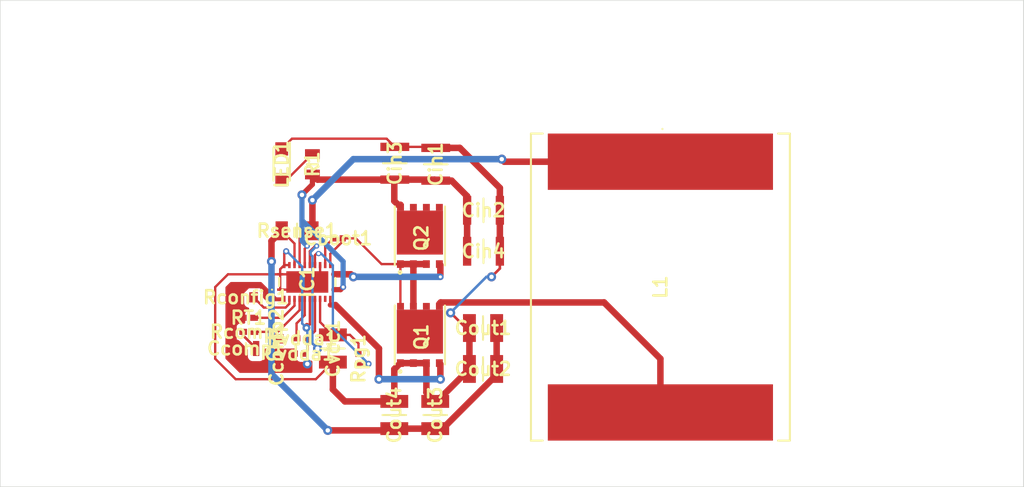
<source format=kicad_pcb>
(kicad_pcb (version 20241229) (generator "pcbnew") (generator_version "9.0")
  (layers (0 "F.Cu" signal) (2 "B.Cu" signal) (13 "F.Paste" user) (15 "B.Paste" user) (5 "F.SilkS" user "F.Silkscreen") (7 "B.SilkS" user "B.Silkscreen") (1 "F.Mask" user) (3 "B.Mask" user) (25 "Edge.Cuts" user))
  (net 0 "")
  (net 1 "Net-(IC1-SW)")
  (net 2 "Net-(IC1-CBOOT)")
  (net 3 "Net-(Ccomp1-Pad2)")
  (net 4 "GND")
  (net 5 "Net-(IC1-EXTCOMP)")
  (net 6 "VIN")
  (net 7 "VOUT")
  (net 8 "VCC")
  (net 9 "VDDA")
  (net 10 "HO")
  (net 11 "Net-(IC1-RT)")
  (net 12 "ISNS")
  (net 13 "LO")
  (net 14 "Net-(IC1-FB)")
  (net 15 "Net-(IC1-CNFG)")
  (net 16 "Net-(IC1-PG{slash}SYNCOUT)")
  (net 17 "Net-(LED1-Pad2)")
  (net 18 "GND2")
  (footprint "GRM32ER61C476KE15L:CAPC3225X270N" (layer "F.Cu") (at 158.67 129)
    (property "Reference" "Cout2" (at 0 0 0) (layer "F.SilkS") (effects (font (size 1.27 1.27) (thickness 0.254))))
    (property "Value" "47uf" (hide yes))
    (fp_line (start 0 -1.15) (end 0 1.15) (stroke (width 0.2)) (layer "F.SilkS"))
    (pad "1" smd rect (at -1.33 0) (size 1.26 2.72) (layers "F.Cu" "F.Mask" "F.Paste") (net 4 "GND"))
    (pad "2" smd rect (at 1.33 0) (size 1.26 2.72) (layers "F.Cu" "F.Mask" "F.Paste") (net 7 "VOUT"))
  )
  (footprint "CRCW04024K32FKED:RESC1005X40N" (layer "F.Cu") (at 135.75 124)
    (property "Reference" "RT1" (at 0 0 0) (layer "F.SilkS") (effects (font (size 1.27 1.27) (thickness 0.254))))
    (property "Value" "53.6Kohm" (hide yes))
    (pad "1" smd rect (at -0.55 0 90) (size 0.6 0.75) (layers "F.Cu" "F.Mask" "F.Paste") (net 18 "GND2"))
    (pad "2" smd rect (at 0.55 0 90) (size 0.6 0.75) (layers "F.Cu" "F.Mask" "F.Paste") (net 11 "Net-(IC1-RT)"))
  )
  (footprint "CRCW04024K32FKED:RESC1005X40N" (layer "F.Cu") (at 146.5 128 -90)
    (property "Reference" "Rpg1" (at 0 0 90) (layer "F.SilkS") (effects (font (size 1.27 1.27) (thickness 0.254))))
    (property "Value" "100kohm" (hide yes))
    (pad "1" smd rect (at -0.55 0) (size 0.6 0.75) (layers "F.Cu" "F.Mask" "F.Paste") (net 8 "VCC"))
    (pad "2" smd rect (at 0.55 0) (size 0.6 0.75) (layers "F.Cu" "F.Mask" "F.Paste") (net 16 "Net-(IC1-PG{slash}SYNCOUT)"))
  )
  (footprint "HC3-5R6-R:HC35R6R" (layer "F.Cu") (at 176 121 -90)
    (property "Reference" "L1" (at 0 0 90) (layer "F.SilkS") (effects (font (size 1.27 1.27) (thickness 0.254))))
    (property "Value" "5.6uH" (hide yes))
    (fp_line (start -15 12.65) (end 15 12.65) (stroke (width 0.2)) (layer "F.SilkS"))
    (fp_line (start 15 12.65) (end 15 11.5) (stroke (width 0.2)) (layer "F.SilkS"))
    (fp_line (start -15 11.5) (end -15 12.65) (stroke (width 0.2)) (layer "F.SilkS"))
    (fp_line (start -15.5 -0.2) (end -15.5 -0.2) (stroke (width 0.1)) (layer "F.SilkS"))
    (fp_line (start -15.4 -0.2) (end -15.4 -0.2) (stroke (width 0.1)) (layer "F.SilkS"))
    (fp_line (start -15 -11.5) (end -15 -12.65) (stroke (width 0.2)) (layer "F.SilkS"))
    (fp_line (start -15 -12.65) (end 15 -12.65) (stroke (width 0.2)) (layer "F.SilkS"))
    (fp_line (start 15 -12.65) (end 15 -11.5) (stroke (width 0.2)) (layer "F.SilkS"))
    (fp_arc (start -15.5 -0.2) (mid -15.45 -0.25) (end -15.4 -0.2) (stroke (width 0.1)) (layer "F.SilkS"))
    (fp_arc (start -15.4 -0.2) (mid -15.45 -0.15) (end -15.5 -0.2) (stroke (width 0.1)) (layer "F.SilkS"))
    (pad "1" smd rect (at -12.25 0 270) (size 5.5 22) (layers "F.Cu" "F.Mask" "F.Paste") (net 12 "ISNS"))
    (pad "2" smd rect (at 12.25 0 270) (size 5.5 22) (layers "F.Cu" "F.Mask" "F.Paste") (net 1 "Net-(IC1-SW)"))
  )
  (footprint "GRM32ER61C476KE15L:CAPC3225X270N" (layer "F.Cu") (at 158.67 125)
    (property "Reference" "Cout1" (at 0 0 0) (layer "F.SilkS") (effects (font (size 1.27 1.27) (thickness 0.254))))
    (property "Value" "47uf" (hide yes))
    (fp_line (start 0 -1.15) (end 0 1.15) (stroke (width 0.2)) (layer "F.SilkS"))
    (pad "1" smd rect (at -1.33 0) (size 1.26 2.72) (layers "F.Cu" "F.Mask" "F.Paste") (net 4 "GND"))
    (pad "2" smd rect (at 1.33 0) (size 1.26 2.72) (layers "F.Cu" "F.Mask" "F.Paste") (net 7 "VOUT"))
  )
  (footprint "CGA6M3X7S2A475K200AB:CAPC3225X200N" (layer "F.Cu") (at 158.715 113.5 180)
    (property "Reference" "Cin2" (at 0 0 0) (layer "F.SilkS") (effects (font (size 1.27 1.27) (thickness 0.254))))
    (property "Value" "4.7uf" (hide yes))
    (fp_line (start 0 -1.15) (end 0 1.15) (stroke (width 0.2)) (layer "F.SilkS"))
    (pad "1" smd rect (at -1.6 0 180) (size 0.81 2.82) (layers "F.Cu" "F.Mask" "F.Paste") (net 4 "GND"))
    (pad "2" smd rect (at 1.6 0 180) (size 0.81 2.82) (layers "F.Cu" "F.Mask" "F.Paste") (net 6 "VIN"))
  )
  (footprint "GRM155R71A104KA01D:CAPC1005X70N" (layer "F.Cu") (at 144.5 116.24)
    (property "Reference" "Cboot1" (at 0 0 0) (layer "F.SilkS") (effects (font (size 1.27 1.27) (thickness 0.254))))
    (property "Value" "100nf" (hide yes))
    (pad "1" smd rect (at -0.46 0) (size 0.6 0.62) (layers "F.Cu" "F.Mask" "F.Paste") (net 2 "Net-(IC1-CBOOT)"))
    (pad "2" smd rect (at 0.46 0) (size 0.6 0.62) (layers "F.Cu" "F.Mask" "F.Paste") (net 1 "Net-(IC1-SW)"))
  )
  (footprint "CGA4C2C0G1H472J060AA:CAPC2012X75N" (layer "F.Cu") (at 135.5 127)
    (property "Reference" "Ccomp1" (at 0 0 0) (layer "F.SilkS") (effects (font (size 1.27 1.27) (thickness 0.254))))
    (property "Value" "4.7nf" (hide yes))
    (fp_line (start 0 -0.525) (end 0 0.525) (stroke (width 0.2)) (layer "F.SilkS"))
    (pad "1" smd rect (at -1 0) (size 0.62 1.47) (layers "F.Cu" "F.Mask" "F.Paste") (net 18 "GND2"))
    (pad "2" smd rect (at 1 0) (size 0.62 1.47) (layers "F.Cu" "F.Mask" "F.Paste") (net 3 "Net-(Ccomp1-Pad2)"))
  )
  (footprint "CRCW04024K32FKED:RESC1005X40N" (layer "F.Cu") (at 135.785 125.375)
    (property "Reference" "Rcomp1" (at 0 0 0) (layer "F.SilkS") (effects (font (size 1.27 1.27) (thickness 0.254))))
    (property "Value" "4.32kohm" (hide yes))
    (pad "1" smd rect (at -0.55 0 90) (size 0.6 0.75) (layers "F.Cu" "F.Mask" "F.Paste") (net 3 "Net-(Ccomp1-Pad2)"))
    (pad "2" smd rect (at 0.55 0 90) (size 0.6 0.75) (layers "F.Cu" "F.Mask" "F.Paste") (net 5 "Net-(IC1-EXTCOMP)"))
  )
  (footprint "CGA6M3X7S2A475K200AB:CAPC3225X200N" (layer "F.Cu") (at 158.715 117.5 180)
    (property "Reference" "Cin4" (at 0 0 0) (layer "F.SilkS") (effects (font (size 1.27 1.27) (thickness 0.254))))
    (property "Value" "4.7uf" (hide yes))
    (fp_line (start 0 -1.15) (end 0 1.15) (stroke (width 0.2)) (layer "F.SilkS"))
    (pad "1" smd rect (at -1.6 0 180) (size 0.81 2.82) (layers "F.Cu" "F.Mask" "F.Paste") (net 4 "GND"))
    (pad "2" smd rect (at 1.6 0 180) (size 0.81 2.82) (layers "F.Cu" "F.Mask" "F.Paste") (net 6 "VIN"))
  )
  (footprint "WSLP12069L000FEA:RESC3216X89N" (layer "F.Cu") (at 140.5 115.5 180)
    (property "Reference" "Rsense1" (at 0 0 0) (layer "F.SilkS") (effects (font (size 1.27 1.27) (thickness 0.254))))
    (property "Value" "9m ohm" (hide yes))
    (fp_line (start 0 -0.7) (end 0 0.7) (stroke (width 0.2)) (layer "F.SilkS"))
    (pad "1" smd rect (at -1.5 0 180) (size 1.2 1.85) (layers "F.Cu" "F.Mask" "F.Paste") (net 12 "ISNS"))
    (pad "2" smd rect (at 1.5 0 180) (size 1.2 1.85) (layers "F.Cu" "F.Mask" "F.Paste") (net 7 "VOUT"))
  )
  (footprint "CGA6M3X7S2A475K200AB:CAPC3225X200N" (layer "F.Cu") (at 154.05 109 -90)
    (property "Reference" "Cin1" (at 0 0 90) (layer "F.SilkS") (effects (font (size 1.27 1.27) (thickness 0.254))))
    (property "Value" "4.7uf" (hide yes))
    (fp_line (start 0 -1.15) (end 0 1.15) (stroke (width 0.2)) (layer "F.SilkS"))
    (pad "1" smd rect (at -1.6 0 270) (size 0.81 2.82) (layers "F.Cu" "F.Mask" "F.Paste") (net 4 "GND"))
    (pad "2" smd rect (at 1.6 0 270) (size 0.81 2.82) (layers "F.Cu" "F.Mask" "F.Paste") (net 6 "VIN"))
  )
  (footprint "PLT0805Z1002AST5:RESC2013X84N" (layer "F.Cu") (at 142 109 -90)
    (property "Reference" "R1" (at 0 0 90) (layer "F.SilkS") (effects (font (size 1.27 1.27) (thickness 0.254))))
    (property "Value" "10k" (hide yes))
    (fp_line (start 0 -0.535) (end 0 0.535) (stroke (width 0.2)) (layer "F.SilkS"))
    (pad "1" smd rect (at -1 0 270) (size 0.95 1.45) (layers "F.Cu" "F.Mask" "F.Paste") (net 17 "Net-(LED1-Pad2)"))
    (pad "2" smd rect (at 1 0 270) (size 0.95 1.45) (layers "F.Cu" "F.Mask" "F.Paste") (net 6 "VIN"))
  )
  (footprint "CSD18534Q5A:Q5A" (layer "F.Cu") (at 152.5 125.675 -90)
    (property "Reference" "Q1" (at 0.2005 -0.15 90) (layer "F.SilkS") (effects (font (size 1.27 1.27) (thickness 0.254))))
    (property "Value" "60V 50A" (hide yes))
    (fp_line (start 2.875 2.45) (end -2.875 2.45) (stroke (width 0.2)) (layer "F.SilkS"))
    (fp_line (start -2.875 -2.45) (end 2.875 -2.45) (stroke (width 0.2)) (layer "F.SilkS"))
    (fp_circle (center 3.5705 1.937) (end 3.5705 1.96956) (stroke (width 0.2)) (fill no) (layer "F.SilkS"))
    (pad "1" smd rect (at 2.7525 1.905) (size 0.675 0.75) (layers "F.Cu" "F.Mask" "F.Paste") (net 4 "GND"))
    (pad "2" smd rect (at 2.7525 0.635) (size 0.675 0.75) (layers "F.Cu" "F.Mask" "F.Paste") (net 4 "GND"))
    (pad "3" smd rect (at 2.7525 -0.635) (size 0.675 0.75) (layers "F.Cu" "F.Mask" "F.Paste") (net 4 "GND"))
    (pad "4" smd rect (at 2.7525 -1.905) (size 0.675 0.75) (layers "F.Cu" "F.Mask" "F.Paste") (net 13 "LO"))
    (pad "5" smd rect (at -2.8 -1.905 270) (size 0.655 0.675) (layers "F.Cu" "F.Mask" "F.Paste") (net 1 "Net-(IC1-SW)"))
    (pad "6" smd rect (at -2.8 -0.635 270) (size 0.655 0.675) (layers "F.Cu" "F.Mask" "F.Paste") (net 1 "Net-(IC1-SW)"))
    (pad "7" smd rect (at -2.8 0.635 270) (size 0.655 0.675) (layers "F.Cu" "F.Mask" "F.Paste") (net 1 "Net-(IC1-SW)"))
    (pad "8" smd rect (at -2.8 1.893 270) (size 0.655 0.675) (layers "F.Cu" "F.Mask" "F.Paste") (net 1 "Net-(IC1-SW)"))
    (pad "9" smd rect (at -0.325 0 270) (size 4.295 4.51) (layers "F.Cu" "F.Mask" "F.Paste"))
  )
  (footprint "CRCW060340K2FKEA:RESC1608X50N" (layer "F.Cu") (at 135.5 122 180)
    (property "Reference" "Rconfig1" (at 0 0 0) (layer "F.SilkS") (effects (font (size 1.27 1.27) (thickness 0.254))))
    (property "Value" "40.2kohm" (hide yes))
    (pad "1" smd rect (at -0.75 0 180) (size 0.85 1) (layers "F.Cu" "F.Mask" "F.Paste") (net 15 "Net-(IC1-CNFG)"))
    (pad "2" smd rect (at 0.75 0 180) (size 0.85 1) (layers "F.Cu" "F.Mask" "F.Paste") (net 18 "GND2"))
  )
  (footprint "LTST-C150KRKT:LEDM3216X120N" (layer "F.Cu") (at 139 109 -90)
    (property "Reference" "LED1" (at 0 0 90) (layer "F.SilkS") (effects (font (size 1.27 1.27) (thickness 0.254))))
    (property "Value" "~" (hide yes))
    (fp_line (start -1.6 0.8) (end 1.6 0.8) (stroke (width 0.2)) (layer "F.SilkS"))
    (fp_line (start 1.6 -0.8) (end -2.125 -0.8) (stroke (width 0.2)) (layer "F.SilkS"))
    (pad "1" smd rect (at -1.5 0) (size 1.25 1.3) (layers "F.Cu" "F.Mask" "F.Paste") (net 4 "GND"))
    (pad "2" smd rect (at 1.5 0) (size 1.25 1.3) (layers "F.Cu" "F.Mask" "F.Paste") (net 17 "Net-(LED1-Pad2)"))
  )
  (footprint "CRCW040224K3FKED:RESC1005X40N" (layer "F.Cu") (at 141 126 180)
    (property "Reference" "Rvdda1" (at 0 0 0) (layer "F.SilkS") (effects (font (size 1.27 1.27) (thickness 0.254))))
    (property "Value" "24.3kohm" (hide yes))
    (pad "1" smd rect (at -0.55 0 270) (size 0.6 0.75) (layers "F.Cu" "F.Mask" "F.Paste") (net 9 "VDDA"))
    (pad "2" smd rect (at 0.55 0 270) (size 0.6 0.75) (layers "F.Cu" "F.Mask" "F.Paste") (net 14 "Net-(IC1-FB)"))
  )
  (footprint "CL21C330JBANNNC:CAPC2012X75N" (layer "F.Cu") (at 138.5 126.875 90)
    (property "Reference" "Ccomp2" (at 0 0 90) (layer "F.SilkS") (effects (font (size 1.27 1.27) (thickness 0.254))))
    (property "Value" "33pf" (hide yes))
    (fp_line (start 0 -0.525) (end 0 0.525) (stroke (width 0.2)) (layer "F.SilkS"))
    (pad "1" smd rect (at -0.82 0 90) (size 0.91 1.39) (layers "F.Cu" "F.Mask" "F.Paste") (net 18 "GND2"))
    (pad "2" smd rect (at 0.82 0 90) (size 0.91 1.39) (layers "F.Cu" "F.Mask" "F.Paste") (net 5 "Net-(IC1-EXTCOMP)"))
  )
  (footprint "GRM32ER61C476KE15L:CAPC3225X270N" (layer "F.Cu") (at 150 133.5 -90)
    (property "Reference" "Cout4" (at 0 0 90) (layer "F.SilkS") (effects (font (size 1.27 1.27) (thickness 0.254))))
    (property "Value" "47uf" (hide yes))
    (fp_line (start 0 -1.15) (end 0 1.15) (stroke (width 0.2)) (layer "F.SilkS"))
    (pad "1" smd rect (at -1.33 0 270) (size 1.26 2.72) (layers "F.Cu" "F.Mask" "F.Paste") (net 4 "GND"))
    (pad "2" smd rect (at 1.33 0 270) (size 1.26 2.72) (layers "F.Cu" "F.Mask" "F.Paste") (net 7 "VOUT"))
  )
  (footprint "LM5148_:LM5148RGYR" (layer "F.Cu") (at 141.5 120.5 90)
    (property "Reference" "IC1" (at 0 0 90) (layer "F.SilkS") (effects (font (size 1.27 1.27) (thickness 0.254))))
    (property "Value" "LM5148RGYR" (hide yes))
    (fp_line (start -0.75 -3.5) (end -0.75 -3.5) (stroke (width 0.1)) (layer "F.SilkS"))
    (fp_line (start -0.75 -3.4) (end -0.75 -3.4) (stroke (width 0.1)) (layer "F.SilkS"))
    (fp_line (start -0.4 -2.75) (end 0.4 -2.75) (stroke (width 0.2)) (layer "F.SilkS"))
    (fp_line (start -0.4 2.75) (end 0.4 2.75) (stroke (width 0.2)) (layer "F.SilkS"))
    (fp_arc (start -0.75 -3.5) (mid -0.7 -3.45) (end -0.75 -3.4) (stroke (width 0.1)) (layer "F.SilkS"))
    (fp_arc (start -0.75 -3.4) (mid -0.8 -3.45) (end -0.75 -3.5) (stroke (width 0.1)) (layer "F.SilkS"))
    (pad "1" smd rect (at -0.75 -2.65 90) (size 0.25 0.6) (layers "F.Cu" "F.Mask" "F.Paste") (net 4 "GND"))
    (pad "2" smd rect (at -1.65 -2.25 180) (size 0.25 0.6) (layers "F.Cu" "F.Mask" "F.Paste") (net 18 "GND2"))
    (pad "3" smd rect (at -1.65 -1.75 180) (size 0.25 0.6) (layers "F.Cu" "F.Mask" "F.Paste") (net 15 "Net-(IC1-CNFG)"))
    (pad "4" smd rect (at -1.65 -1.25 180) (size 0.25 0.6) (layers "F.Cu" "F.Mask" "F.Paste") (net 11 "Net-(IC1-RT)"))
    (pad "5" smd rect (at -1.65 -0.75 180) (size 0.25 0.6) (layers "F.Cu" "F.Mask" "F.Paste") (net 5 "Net-(IC1-EXTCOMP)"))
    (pad "6" smd rect (at -1.65 -0.25 180) (size 0.25 0.6) (layers "F.Cu" "F.Mask" "F.Paste") (net 14 "Net-(IC1-FB)"))
    (pad "7" smd rect (at -1.65 0.25 180) (size 0.25 0.6) (layers "F.Cu" "F.Mask" "F.Paste") (net 18 "GND2"))
    (pad "8" smd rect (at -1.65 0.75 180) (size 0.25 0.6) (layers "F.Cu" "F.Mask" "F.Paste") (net 9 "VDDA"))
    (pad "9" smd rect (at -1.65 1.25 180) (size 0.25 0.6) (layers "F.Cu" "F.Mask" "F.Paste") (net 8 "VCC"))
    (pad "10" smd rect (at -1.65 1.75 180) (size 0.25 0.6) (layers "F.Cu" "F.Mask" "F.Paste") (net 18 "GND2"))
    (pad "11" smd rect (at -1.65 2.25 180) (size 0.25 0.6) (layers "F.Cu" "F.Mask" "F.Paste") (net 13 "LO"))
    (pad "12" smd rect (at -0.75 2.65 90) (size 0.25 0.6) (layers "F.Cu" "F.Mask" "F.Paste") (net 6 "VIN"))
    (pad "13" smd rect (at 0.75 2.65 90) (size 0.25 0.6) (layers "F.Cu" "F.Mask" "F.Paste") (net 10 "HO"))
    (pad "14" smd rect (at 1.65 2.25 180) (size 0.25 0.6) (layers "F.Cu" "F.Mask" "F.Paste") (net 1 "Net-(IC1-SW)"))
    (pad "15" smd rect (at 1.65 1.75 180) (size 0.25 0.6) (layers "F.Cu" "F.Mask" "F.Paste") (net 2 "Net-(IC1-CBOOT)"))
    (pad "16" smd rect (at 1.65 1.25 180) (size 0.25 0.6) (layers "F.Cu" "F.Mask" "F.Paste") (net 4 "GND"))
    (pad "17" smd rect (at 1.65 0.75 180) (size 0.25 0.6) (layers "F.Cu" "F.Mask" "F.Paste") (net 16 "Net-(IC1-PG{slash}SYNCOUT)"))
    (pad "18" smd rect (at 1.65 0.25 180) (size 0.25 0.6) (layers "F.Cu" "F.Mask" "F.Paste") (net 9 "VDDA"))
    (pad "19" smd rect (at 1.65 -0.25 180) (size 0.25 0.6) (layers "F.Cu" "F.Mask" "F.Paste") (net 6 "VIN"))
    (pad "20" smd rect (at 1.65 -0.75 180) (size 0.25 0.6) (layers "F.Cu" "F.Mask" "F.Paste") (net 12 "ISNS"))
    (pad "21" smd rect (at 1.65 -1.25 180) (size 0.25 0.6) (layers "F.Cu" "F.Mask" "F.Paste") (net 7 "VOUT"))
    (pad "22" smd rect (at 1.65 -1.75 180) (size 0.25 0.6) (layers "F.Cu" "F.Mask" "F.Paste") (net 4 "GND"))
    (pad "23" smd rect (at 1.65 -2.25 180) (size 0.25 0.6) (layers "F.Cu" "F.Mask" "F.Paste") (net 4 "GND"))
    (pad "24" smd rect (at 0.75 -2.65 90) (size 0.25 0.6) (layers "F.Cu" "F.Mask" "F.Paste") (net 4 "GND"))
    (pad "25" smd rect (at 0 0 90) (size 2.1 4.1) (layers "F.Cu" "F.Mask" "F.Paste") (net 4 "GND"))
  )
  (footprint "CGA6M3X7S2A475K200AB:CAPC3225X200N" (layer "F.Cu") (at 150.05 108.9 -90)
    (property "Reference" "Cin3" (at 0 0 90) (layer "F.SilkS") (effects (font (size 1.27 1.27) (thickness 0.254))))
    (property "Value" "4.7uf" (hide yes))
    (fp_line (start 0 -1.15) (end 0 1.15) (stroke (width 0.2)) (layer "F.SilkS"))
    (pad "1" smd rect (at -1.6 0 270) (size 0.81 2.82) (layers "F.Cu" "F.Mask" "F.Paste") (net 4 "GND"))
    (pad "2" smd rect (at 1.6 0 270) (size 0.81 2.82) (layers "F.Cu" "F.Mask" "F.Paste") (net 6 "VIN"))
  )
  (footprint "GRM155R71A104KA01D:CAPC1005X70N" (layer "F.Cu") (at 140.735 127.5)
    (property "Reference" "Cvdda1" (at 0 0 0) (layer "F.SilkS") (effects (font (size 1.27 1.27) (thickness 0.254))))
    (property "Value" "100nf" (hide yes))
    (pad "1" smd rect (at -0.46 0) (size 0.6 0.62) (layers "F.Cu" "F.Mask" "F.Paste") (net 18 "GND2"))
    (pad "2" smd rect (at 0.46 0) (size 0.6 0.62) (layers "F.Cu" "F.Mask" "F.Paste") (net 9 "VDDA"))
  )
  (footprint "CSD18534Q5A:Q5A" (layer "F.Cu") (at 152.5 116 -90)
    (property "Reference" "Q2" (at 0.2005 -0.15 90) (layer "F.SilkS") (effects (font (size 1.27 1.27) (thickness 0.254))))
    (property "Value" "60V 50A" (hide yes))
    (fp_line (start 2.875 2.45) (end -2.875 2.45) (stroke (width 0.2)) (layer "F.SilkS"))
    (fp_line (start -2.875 -2.45) (end 2.875 -2.45) (stroke (width 0.2)) (layer "F.SilkS"))
    (fp_circle (center 3.5705 1.937) (end 3.5705 1.96956) (stroke (width 0.2)) (fill no) (layer "F.SilkS"))
    (pad "1" smd rect (at 2.7525 1.905) (size 0.675 0.75) (layers "F.Cu" "F.Mask" "F.Paste") (net 1 "Net-(IC1-SW)"))
    (pad "2" smd rect (at 2.7525 0.635) (size 0.675 0.75) (layers "F.Cu" "F.Mask" "F.Paste") (net 1 "Net-(IC1-SW)"))
    (pad "3" smd rect (at 2.7525 -0.635) (size 0.675 0.75) (layers "F.Cu" "F.Mask" "F.Paste") (net 1 "Net-(IC1-SW)"))
    (pad "4" smd rect (at 2.7525 -1.905) (size 0.675 0.75) (layers "F.Cu" "F.Mask" "F.Paste") (net 10 "HO"))
    (pad "5" smd rect (at -2.8 -1.905 270) (size 0.655 0.675) (layers "F.Cu" "F.Mask" "F.Paste") (net 6 "VIN"))
    (pad "6" smd rect (at -2.8 -0.635 270) (size 0.655 0.675) (layers "F.Cu" "F.Mask" "F.Paste") (net 6 "VIN"))
    (pad "7" smd rect (at -2.8 0.635 270) (size 0.655 0.675) (layers "F.Cu" "F.Mask" "F.Paste") (net 6 "VIN"))
    (pad "8" smd rect (at -2.8 1.893 270) (size 0.655 0.675) (layers "F.Cu" "F.Mask" "F.Paste") (net 6 "VIN"))
    (pad "9" smd rect (at -0.325 0 270) (size 4.295 4.51) (layers "F.Cu" "F.Mask" "F.Paste"))
  )
  (footprint "GRM32ER61C476KE15L:CAPC3225X270N" (layer "F.Cu") (at 144 127 90)
    (property "Reference" "Cvcc1" (at 0 0 90) (layer "F.SilkS") (effects (font (size 1.27 1.27) (thickness 0.254))))
    (property "Value" "2.2uf" (hide yes))
    (fp_line (start 0 -1.15) (end 0 1.15) (stroke (width 0.2)) (layer "F.SilkS"))
    (pad "1" smd rect (at -1.33 0 90) (size 1.26 2.72) (layers "F.Cu" "F.Mask" "F.Paste") (net 4 "GND"))
    (pad "2" smd rect (at 1.33 0 90) (size 1.26 2.72) (layers "F.Cu" "F.Mask" "F.Paste") (net 8 "VCC"))
  )
  (footprint "GRM32ER61C476KE15L:CAPC3225X270N" (layer "F.Cu") (at 154 133.5 -90)
    (property "Reference" "Cout3" (at 0 0 90) (layer "F.SilkS") (effects (font (size 1.27 1.27) (thickness 0.254))))
    (property "Value" "47uf" (hide yes))
    (fp_line (start 0 -1.15) (end 0 1.15) (stroke (width 0.2)) (layer "F.SilkS"))
    (pad "1" smd rect (at -1.33 0 270) (size 1.26 2.72) (layers "F.Cu" "F.Mask" "F.Paste") (net 4 "GND"))
    (pad "2" smd rect (at 1.33 0 270) (size 1.26 2.72) (layers "F.Cu" "F.Mask" "F.Paste") (net 7 "VOUT"))
  )
  (footprint "NetTie:NetTie-2_SMD_Pad0.5mm" (layer "B.Cu") (at 141 120.5 90)
    (property "Reference" "NT1" (hide yes))
    (property "Value" "NetTie_2" (hide yes))
    (fp_poly (pts (xy -0.5 0.25) (xy 0.5 0.25) (xy 0.5 -0.25) (xy -0.5 -0.25)) (fill yes) (layer "B.Cu"))
    (pad "1" smd circle (at -0.5 0 90) (size 0.5 0.5) (layers "B.Cu") (net 18 "GND2"))
    (pad "2" smd circle (at 0.5 0 90) (size 0.5 0.5) (layers "B.Cu") (net 4 "GND"))
  )
  (gr_line (start 111.5 93) (end 111.5 140.5) (stroke (width 0.05)) (layer "Edge.Cuts"))
  (gr_line (start 111.5 140.5) (end 211.5 140.5) (stroke (width 0.05)) (layer "Edge.Cuts"))
  (gr_line (start 211.5 140.5) (end 211.5 93) (stroke (width 0.1)) (layer "Edge.Cuts"))
  (gr_line (start 211.5 93) (end 111.5 93) (stroke (width 0.05)) (layer "Edge.Cuts"))
  (segment (start 150.595 118.7525) (end 150.595 122.8212) (width 0.2286) (layer "F.Cu") (net 1))
  (segment (start 143.75 117.75) (end 143.75 118.85) (width 0.2286) (layer "F.Cu") (net 1))
  (segment (start 150.595 118.7525) (end 153.135 118.7525) (width 0.635) (layer "F.Cu") (net 1))
  (segment (start 176 128) (end 170.5 122.5) (width 0.635) (layer "F.Cu") (net 1))
  (segment (start 151.865 118.7525) (end 151.865 122.63) (width 0.635) (layer "F.Cu") (net 1))
  (segment (start 144.96 116.54) (end 143.75 117.75) (width 0.2286) (layer "F.Cu") (net 1))
  (segment (start 150.595 122.8212) (end 150.607 122.8332) (width 0.2286) (layer "F.Cu") (net 1))
  (segment (start 170.5 122.5) (end 154.535 122.5) (width 0.635) (layer "F.Cu") (net 1))
  (segment (start 154.535 122.5) (end 154.405 122.63) (width 0.635) (layer "F.Cu") (net 1))
  (segment (start 176 133.25) (end 176 128) (width 0.635) (layer "F.Cu") (net 1))
  (segment (start 144.96 116.24) (end 146.24 116.24) (width 0.2286) (layer "F.Cu") (net 1))
  (segment (start 148.7525 118.7525) (end 150.595 118.7525) (width 0.2286) (layer "F.Cu") (net 1))
  (segment (start 144.96 116.24) (end 144.96 116.54) (width 0.2286) (layer "F.Cu") (net 1))
  (segment (start 146.24 116.24) (end 148.7525 118.7525) (width 0.2286) (layer "F.Cu") (net 1))
  (segment (start 143.25 117.03) (end 143.25 118.85) (width 0.2286) (layer "F.Cu") (net 2))
  (segment (start 144.04 116.24) (end 143.25 117.03) (width 0.2286) (layer "F.Cu") (net 2))
  (segment (start 135.235 125.375) (end 135.235 125.735) (width 0.254) (layer "F.Cu") (net 3))
  (segment (start 135.235 125.735) (end 136.5 127) (width 0.254) (layer "F.Cu") (net 3))
  (segment (start 133.75 119.75) (end 138.85 119.75) (width 0.2286) (layer "F.Cu") (net 4))
  (segment (start 139.75 118.85) (end 139.25 118.85) (width 0.2286) (layer "F.Cu") (net 4))
  (segment (start 145.17 132.17) (end 150 132.17) (width 0.635) (layer "F.Cu") (net 4))
  (segment (start 150 132.17) (end 150 129.0225) (width 0.635) (layer "F.Cu") (net 4))
  (segment (start 153.95 107.3) (end 154.05 107.4) (width 0.2286) (layer "F.Cu") (net 4))
  (segment (start 144 128.33) (end 142.33 130) (width 0.2286) (layer "F.Cu") (net 4))
  (segment (start 132.5 121) (end 133.75 119.75) (width 0.2286) (layer "F.Cu") (net 4))
  (segment (start 157 125) (end 157.34 125) (width 0.254) (layer "F.Cu") (net 4))
  (segment (start 132.5 128) (end 132.5 121) (width 0.2286) (layer "F.Cu") (net 4))
  (segment (start 154.17 132.17) (end 157.34 129) (width 0.635) (layer "F.Cu") (net 4))
  (segment (start 154.05 107.4) (end 156.4 107.4) (width 0.635) (layer "F.Cu") (net 4))
  (segment (start 138.85 121.25) (end 138.85 119.75) (width 0.2286) (layer "F.Cu") (net 4))
  (segment (start 140.75 119.75) (end 141.5 120.5) (width 0.2286) (layer "F.Cu") (net 4))
  (segment (start 141.7636 120.5) (end 141.5 120.5) (width 0.2286) (layer "F.Cu") (net 4))
  (segment (start 160.315 113.5) (end 160.315 117.5) (width 0.635) (layer "F.Cu") (net 4))
  (segment (start 140 106.5) (end 149.25 106.5) (width 0.2286) (layer "F.Cu") (net 4))
  (segment (start 160.315 119.185) (end 160.315 117.5) (width 0.254) (layer "F.Cu") (net 4))
  (segment (start 159.5 120) (end 160.315 119.185) (width 0.254) (layer "F.Cu") (net 4))
  (segment (start 153.135 131.305) (end 154 132.17) (width 0.635) (layer "F.Cu") (net 4))
  (segment (start 138.85 119.25) (end 139.25 118.85) (width 0.2286) (layer "F.Cu") (net 4))
  (segment (start 154 132.17) (end 154.17 132.17) (width 0.635) (layer "F.Cu") (net 4))
  (segment (start 142.33 130) (end 134.5 130) (width 0.2286) (layer "F.Cu") (net 4))
  (segment (start 157.34 129) (end 157.34 125) (width 0.635) (layer "F.Cu") (net 4))
  (segment (start 139.25 117.6872) (end 139.25 118.85) (width 0.2286) (layer "F.Cu") (net 4))
  (segment (start 144 131) (end 145.17 132.17) (width 0.635) (layer "F.Cu") (net 4))
  (segment (start 155.5 123.516) (end 155.516 123.516) (width 0.254) (layer "F.Cu") (net 4))
  (segment (start 150 129.0225) (end 150.595 128.4275) (width 0.635) (layer "F.Cu") (net 4))
  (segment (start 144 128.33) (end 144 131) (width 0.635) (layer "F.Cu") (net 4))
  (segment (start 142.75 118.85) (end 142.75 119.5136) (width 0.2286) (layer "F.Cu") (net 4))
  (segment (start 155.516 123.516) (end 157 125) (width 0.254) (layer "F.Cu") (net 4))
  (segment (start 138.85 119.75) (end 138.85 119.25) (width 0.2286) (layer "F.Cu") (net 4))
  (segment (start 149.25 106.5) (end 150.05 107.3) (width 0.2286) (layer "F.Cu") (net 4))
  (segment (start 138.85 119.75) (end 140.75 119.75) (width 0.2286) (layer "F.Cu") (net 4))
  (segment (start 142.75 119.5136) (end 141.7636 120.5) (width 0.2286) (layer "F.Cu") (net 4))
  (segment (start 139.4372 117.5) (end 139.25 117.6872) (width 0.2286) (layer "F.Cu") (net 4))
  (segment (start 139 107.5) (end 140 106.5) (width 0.2286) (layer "F.Cu") (net 4))
  (segment (start 150.595 128.4275) (end 153.135 128.4275) (width 0.635) (layer "F.Cu") (net 4))
  (segment (start 150.05 107.3) (end 153.95 107.3) (width 0.2286) (layer "F.Cu") (net 4))
  (segment (start 160.315 111.315) (end 160.315 113.5) (width 0.635) (layer "F.Cu") (net 4))
  (segment (start 156.4 107.4) (end 160.315 111.315) (width 0.635) (layer "F.Cu") (net 4))
  (segment (start 134.5 130) (end 132.5 128) (width 0.2286) (layer "F.Cu") (net 4))
  (segment (start 140.75 121.25) (end 138.85 121.25) (width 0.2286) (layer "F.Cu") (net 4))
  (segment (start 153.135 128.4275) (end 153.135 131.305) (width 0.635) (layer "F.Cu") (net 4))
  (segment (start 141.5 120.5) (end 140.75 121.25) (width 0.2286) (layer "F.Cu") (net 4))
  (via (at 155.5 123.516) (size 0.889) (drill 0.4318) (layers "F.Cu" "B.Cu") (net 4))
  (via (at 139.4372 117.5) (size 0.592582) (drill 0.3048) (layers "F.Cu" "B.Cu") (net 4))
  (via (at 159.5 120) (size 0.889) (drill 0.4318) (layers "F.Cu" "B.Cu") (net 4))
  (segment (start 155.5 123.5) (end 155.5 123.516) (width 0.254) (layer "B.Cu") (net 4))
  (segment (start 159 120) (end 155.5 123.5) (width 0.254) (layer "B.Cu") (net 4))
  (segment (start 141 119) (end 141 120) (width 0.2286) (layer "B.Cu") (net 4))
  (segment (start 139.5 117.5628) (end 139.5628 117.5628) (width 0.2286) (layer "B.Cu") (net 4))
  (segment (start 139.5628 117.5628) (end 141 119) (width 0.2286) (layer "B.Cu") (net 4))
  (segment (start 159.5 120) (end 159 120) (width 0.254) (layer "B.Cu") (net 4))
  (segment (start 139.4372 117.5) (end 139.5 117.5628) (width 0.2286) (layer "B.Cu") (net 4))
  (segment (start 138.5 125.5) (end 138.5 126.055) (width 0.2286) (layer "F.Cu") (net 5))
  (segment (start 140.75 123.25) (end 138.5 125.5) (width 0.2286) (layer "F.Cu") (net 5))
  (segment (start 136.335 125.375) (end 137.82 125.375) (width 0.2286) (layer "F.Cu") (net 5))
  (segment (start 137.82 125.375) (end 138.5 126.055) (width 0.2286) (layer "F.Cu") (net 5))
  (segment (start 140.75 122.15) (end 140.75 123.25) (width 0.2286) (layer "F.Cu") (net 5))
  (segment (start 157.115 117.5) (end 157.115 113.5) (width 0.635) (layer "F.Cu") (net 6))
  (segment (start 142.5 110.5) (end 150.05 110.5) (width 0.635) (layer "F.Cu") (net 6))
  (segment (start 150.05 110.5) (end 150 110.5) (width 0.635) (layer "F.Cu") (net 6))
  (segment (start 155.6 110.6) (end 154.05 110.6) (width 0.635) (layer "F.Cu") (net 6))
  (segment (start 150.362 112.955) (end 150.607 112.955) (width 0.635) (layer "F.Cu") (net 6))
  (segment (start 141.5 117) (end 141.478685 116.978685) (width 0.2286) (layer "F.Cu") (net 6))
  (segment (start 144.15 121.25) (end 144.75 121.25) (width 0.508) (layer "F.Cu") (net 6))
  (segment (start 150 110.5) (end 150 112.593) (width 0.635) (layer "F.Cu") (net 6))
  (segment (start 157.115 112.115) (end 155.6 110.6) (width 0.635) (layer "F.Cu") (net 6))
  (segment (start 150 112.593) (end 150.362 112.955) (width 0.635) (layer "F.Cu") (net 6))
  (segment (start 142 110.966501) (end 140.977667 111.988834) (width 0.508) (layer "F.Cu") (net 6))
  (segment (start 153.95 110.5) (end 154.05 110.6) (width 0.635) (layer "F.Cu") (net 6))
  (segment (start 141.25 118.85) (end 141.25 117.25) (width 0.2286) (layer "F.Cu") (net 6))
  (segment (start 141.25 117.25) (end 141.5 117) (width 0.2286) (layer "F.Cu") (net 6))
  (segment (start 142 110) (end 142.5 110.5) (width 0.635) (layer "F.Cu") (net 6))
  (segment (start 144.75 121.25) (end 145 121) (width 0.508) (layer "F.Cu") (net 6))
  (segment (start 142 110) (end 142 110.966501) (width 0.508) (layer "F.Cu") (net 6))
  (segment (start 150.05 110.5) (end 153.95 110.5) (width 0.635) (layer "F.Cu") (net 6))
  (segment (start 157.115 113.5) (end 157.115 112.115) (width 0.635) (layer "F.Cu") (net 6))
  (via (at 141.478685 116.978685) (size 0.508) (drill 0.2794) (layers "F.Cu" "B.Cu") (net 6))
  (via (at 140.977667 111.988834) (size 0.889) (drill 0.4318) (layers "F.Cu" "B.Cu") (net 6))
  (via (at 145 121) (size 0.592582) (drill 0.3048) (layers "F.Cu" "B.Cu") (net 6))
  (segment (start 140.977667 111.988834) (end 140.977667 115.977667) (width 0.508) (layer "B.Cu") (net 6))
  (segment (start 141 116.5) (end 141.5 117) (width 0.508) (layer "B.Cu") (net 6))
  (segment (start 140.977667 115.977667) (end 141 116) (width 0.508) (layer "B.Cu") (net 6))
  (segment (start 145 121) (end 145 118.5) (width 0.508) (layer "B.Cu") (net 6))
  (segment (start 141 114.5) (end 140.977667 114.5) (width 0.508) (layer "B.Cu") (net 6))
  (segment (start 145 118.5) (end 141 114.5) (width 0.508) (layer "B.Cu") (net 6))
  (segment (start 141 116) (end 141 116.5) (width 0.508) (layer "B.Cu") (net 6))
  (segment (start 143.5 135) (end 149.83 135) (width 0.635) (layer "F.Cu") (net 7))
  (segment (start 138 116.5) (end 139 115.5) (width 0.635) (layer "F.Cu") (net 7))
  (segment (start 160 129) (end 160 125) (width 0.635) (layer "F.Cu") (net 7))
  (segment (start 138 118.5) (end 138 116.5) (width 0.635) (layer "F.Cu") (net 7))
  (segment (start 140.25 118.85) (end 140.25 116.75) (width 0.2286) (layer "F.Cu") (net 7))
  (segment (start 138.5 115.5) (end 138.5 116) (width 0.2286) (layer "F.Cu") (net 7))
  (segment (start 160 129.56) (end 160 129) (width 0.635) (layer "F.Cu") (net 7))
  (segment (start 154 134.83) (end 154.73 134.83) (width 0.635) (layer "F.Cu") (net 7))
  (segment (start 150 134.83) (end 154 134.83) (width 0.635) (layer "F.Cu") (net 7))
  (segment (start 154.73 134.83) (end 160 129.56) (width 0.635) (layer "F.Cu") (net 7))
  (segment (start 150 134.83) (end 149.83 135) (width 0.254) (layer "F.Cu") (net 7))
  (segment (start 140.25 118.85) (end 140.2443 118.8443) (width 0.2286) (layer "F.Cu") (net 7))
  (segment (start 140.25 116.75) (end 139 115.5) (width 0.2286) (layer "F.Cu") (net 7))
  (via (at 143.5 135) (size 0.889) (drill 0.4318) (layers "F.Cu" "B.Cu") (net 7))
  (via (at 138 118.5) (size 0.889) (drill 0.4318) (layers "F.Cu" "B.Cu") (net 7))
  (segment (start 143.5 135) (end 138 129.5) (width 0.635) (layer "B.Cu") (net 7))
  (segment (start 138 129.5) (end 138 118.5) (width 0.635) (layer "B.Cu") (net 7))
  (segment (start 142.75 124.42) (end 144 125.67) (width 0.2286) (layer "F.Cu") (net 8))
  (segment (start 145.67 125.67) (end 146.5 126.5) (width 0.2286) (layer "F.Cu") (net 8))
  (segment (start 146.5 126.5) (end 146.5 127.45) (width 0.2286) (layer "F.Cu") (net 8))
  (segment (start 144 125.67) (end 145.67 125.67) (width 0.2286) (layer "F.Cu") (net 8))
  (segment (start 142.75 122.15) (end 142.75 124.42) (width 0.2286) (layer "F.Cu") (net 8))
  (segment (start 141.55 126) (end 141.55 127.145) (width 0.2286) (layer "F.Cu") (net 9))
  (segment (start 142.409371 116.987002) (end 142.260632 116.987002) (width 0.2286) (layer "F.Cu") (net 9))
  (segment (start 141.55 126.05) (end 142.5 127) (width 0.2286) (layer "F.Cu") (net 9))
  (segment (start 141.75 117.497634) (end 141.75 118.85) (width 0.2286) (layer "F.Cu") (net 9))
  (segment (start 142.25 125.3) (end 141.55 126) (width 0.2286) (layer "F.Cu") (net 9))
  (segment (start 142.25 122.15) (end 142.25 125.3) (width 0.2286) (layer "F.Cu") (net 9))
  (segment (start 141.55 127.145) (end 141.195 127.5) (width 0.2286) (layer "F.Cu") (net 9))
  (segment (start 141.55 126) (end 141.55 126.05) (width 0.2286) (layer "F.Cu") (net 9))
  (segment (start 142.260632 116.987002) (end 141.75 117.497634) (width 0.2286) (layer "F.Cu") (net 9))
  (via (at 142.409371 116.987002) (size 0.508) (drill 0.254) (layers "F.Cu" "B.Cu") (net 9))
  (via (at 142.5 127) (size 0.889) (drill 0.4318) (layers "F.Cu" "B.Cu") (net 9))
  (segment (start 142.371277 116.987002) (end 141.827608 117.530671) (width 0.2286) (layer "B.Cu") (net 9))
  (segment (start 141.827608 117.530671) (end 141.827608 117.827608) (width 0.2286) (layer "B.Cu") (net 9))
  (segment (start 142 126.5) (end 142.5 127) (width 0.2286) (layer "B.Cu") (net 9))
  (segment (start 141.827608 117.827608) (end 142 118) (width 0.2286) (layer "B.Cu") (net 9))
  (segment (start 142.409371 116.987002) (end 142.371277 116.987002) (width 0.2286) (layer "B.Cu") (net 9))
  (segment (start 142.409371 116.99821) (end 141.907581 117.5) (width 0.2286) (layer "B.Cu") (net 9))
  (segment (start 142 118) (end 142 126.5) (width 0.2286) (layer "B.Cu") (net 9))
  (segment (start 142.409371 116.987002) (end 142.409371 116.99821) (width 0.2286) (layer "B.Cu") (net 9))
  (segment (start 154.5 120) (end 154.5 118.8475) (width 0.635) (layer "F.Cu") (net 10))
  (segment (start 146 120) (end 145.75 119.75) (width 0.635) (layer "F.Cu") (net 10))
  (segment (start 154.5 118.8475) (end 154.405 118.7525) (width 0.2286) (layer "F.Cu") (net 10))
  (segment (start 145.75 119.75) (end 144.15 119.75) (width 0.635) (layer "F.Cu") (net 10))
  (via (at 146 120) (size 0.889) (drill 0.4318) (layers "F.Cu" "B.Cu") (net 10))
  (via (at 154.5 120) (size 0.6) (drill 0.3) (layers "F.Cu" "B.Cu") (net 10))
  (segment (start 146 120) (end 154.5 120) (width 0.635) (layer "B.Cu") (net 10))
  (segment (start 140.25 122.15) (end 140.25 122.8136) (width 0.2286) (layer "F.Cu") (net 11))
  (segment (start 139.0636 124) (end 136.3 124) (width 0.2286) (layer "F.Cu") (net 11))
  (segment (start 140.25 122.8136) (end 139.0636 124) (width 0.2286) (layer "F.Cu") (net 11))
  (segment (start 142 115.5) (end 141.5 115.5) (width 0.2286) (layer "F.Cu") (net 12))
  (segment (start 160.5 108.5) (end 160.75 108.75) (width 0.635) (layer "F.Cu") (net 12))
  (segment (start 140.75 116.25) (end 140.75 118.85) (width 0.2286) (layer "F.Cu") (net 12))
  (segment (start 141.5 115.5) (end 140.75 116.25) (width 0.2286) (layer "F.Cu") (net 12))
  (segment (start 160.75 108.75) (end 176 108.75) (width 0.635) (layer "F.Cu") (net 12))
  (segment (start 142 115.5) (end 142 112.5) (width 0.635) (layer "F.Cu") (net 12))
  (via (at 142 112.5) (size 0.889) (drill 0.4318) (layers "F.Cu" "B.Cu") (net 12))
  (via (at 160.5 108.5) (size 0.889) (drill 0.4318) (layers "F.Cu" "B.Cu") (net 12))
  (segment (start 142 112.5) (end 146 108.5) (width 0.635) (layer "B.Cu") (net 12))
  (segment (start 146 108.5) (end 160.5 108.5) (width 0.635) (layer "B.Cu") (net 12))
  (segment (start 148.5 127) (end 144.25 122.75) (width 0.635) (layer "F.Cu") (net 13))
  (segment (start 143.75 122.75) (end 143.75 122.15) (width 0.2286) (layer "F.Cu") (net 13))
  (segment (start 144.25 122.75) (end 143.75 122.75) (width 0.508) (layer "F.Cu") (net 13))
  (segment (start 154.5 130) (end 154.5 128.5225) (width 0.635) (layer "F.Cu") (net 13))
  (segment (start 154.5 128.5225) (end 154.405 128.4275) (width 0.2286) (layer "F.Cu") (net 13))
  (segment (start 148.5 130) (end 148.5 127) (width 0.635) (layer "F.Cu") (net 13))
  (via (at 148.5 130) (size 0.889) (drill 0.4318) (layers "F.Cu" "B.Cu") (net 13))
  (via (at 154.5 130) (size 0.889) (drill 0.4318) (layers "F.Cu" "B.Cu") (net 13))
  (segment (start 148.5 130) (end 154.5 130) (width 0.635) (layer "B.Cu") (net 13))
  (segment (start 141.25 122.15) (end 141.25 123.75) (width 0.2286) (layer "F.Cu") (net 14))
  (segment (start 140.45 124.55) (end 140.45 126) (width 0.2286) (layer "F.Cu") (net 14))
  (segment (start 141.25 123.75) (end 140.45 124.55) (width 0.2286) (layer "F.Cu") (net 14))
  (segment (start 139.75 122.15) (end 139.75 122.629686) (width 0.2286) (layer "F.Cu") (net 15))
  (segment (start 137.25 123) (end 136.25 122) (width 0.2286) (layer "F.Cu") (net 15))
  (segment (start 139.379686 123) (end 137.25 123) (width 0.2286) (layer "F.Cu") (net 15))
  (segment (start 139.75 122.629686) (end 139.379686 123) (width 0.2286) (layer "F.Cu") (net 15))
  (segment (start 142.403929 117.723771) (end 142.25 117.8777) (width 0.2286) (layer "F.Cu") (net 16))
  (segment (start 142.25 117.8777) (end 142.25 118.85) (width 0.2286) (layer "F.Cu") (net 16))
  (segment (start 142.603837 117.723771) (end 142.403929 117.723771) (width 0.2286) (layer "F.Cu") (net 16))
  (segment (start 146.5 128.55) (end 147.434 128.55) (width 0.2286) (layer "F.Cu") (net 16))
  (segment (start 147.434 128.55) (end 147.484 128.5) (width 0.2286) (layer "F.Cu") (net 16))
  (via (at 147.484 128.5) (size 0.592582) (drill 0.3048) (layers "F.Cu" "B.Cu") (net 16))
  (via (at 142.603837 117.723771) (size 0.508) (drill 0.3048) (layers "F.Cu" "B.Cu") (net 16))
  (segment (start 147.484 128.5) (end 147.5 128.484) (width 0.2286) (layer "B.Cu") (net 16))
  (segment (start 144 118.8723) (end 144 125.016) (width 0.2286) (layer "B.Cu") (net 16))
  (segment (start 142.851471 117.723771) (end 144 118.8723) (width 0.2286) (layer "B.Cu") (net 16))
  (segment (start 142.603837 117.723771) (end 142.851471 117.723771) (width 0.2286) (layer "B.Cu") (net 16))
  (segment (start 144 125.016) (end 147.484 128.5) (width 0.2286) (layer "B.Cu") (net 16))
  (segment (start 139 110.5) (end 139.5 110.5) (width 0.2286) (layer "F.Cu") (net 17))
  (segment (start 139.5 110.5) (end 142 108) (width 0.2286) (layer "F.Cu") (net 17))
  (segment (start 135 128.5) (end 138 128.5) (width 0.254) (layer "F.Cu") (net 18))
  (segment (start 141.75 122.15) (end 141.75 124.650526) (width 0.2286) (layer "F.Cu") (net 18))
  (segment (start 140.08 127.695) (end 140.275 127.5) (width 0.2286) (layer "F.Cu") (net 18))
  (segment (start 139.25 122.15) (end 138.0636 122.15) (width 0.2286) (layer "F.Cu") (net 18))
  (segment (start 134.478 126.978) (end 134.5 127) (width 0.254) (layer "F.Cu") (net 18))
  (segment (start 138.5 128) (end 138.5 127.695) (width 0.2286) (layer "F.Cu") (net 18))
  (segment (start 134.478 124.722) (end 134.478 126.978) (width 0.254) (layer "F.Cu") (net 18))
  (segment (start 138.5 127.695) (end 140.08 127.695) (width 0.2286) (layer "F.Cu") (net 18))
  (segment (start 135.75 121) (end 134.75 122) (width 0.2286) (layer "F.Cu") (net 18))
  (segment (start 134.75 123.55) (end 135.2 124) (width 0.2286) (layer "F.Cu") (net 18))
  (segment (start 134.75 122) (end 134.75 123.55) (width 0.2286) (layer "F.Cu") (net 18))
  (segment (start 138 128.5) (end 138.5 128) (width 0.2286) (layer "F.Cu") (net 18))
  (segment (start 140.508483 128.508483) (end 140.275 128.275) (width 0.2286) (layer "F.Cu") (net 18))
  (segment (start 136.9136 121) (end 135.75 121) (width 0.2286) (layer "F.Cu") (net 18))
  (segment (start 141.500061 128.508483) (end 140.508483 128.508483) (width 0.2286) (layer "F.Cu") (net 18))
  (segment (start 138.0636 122.15) (end 136.9136 121) (width 0.2286) (layer "F.Cu") (net 18))
  (segment (start 140.275 128.275) (end 140.275 127.5) (width 0.2286) (layer "F.Cu") (net 18))
  (segment (start 134.5 127) (end 134.5 128) (width 0.254) (layer "F.Cu") (net 18))
  (segment (start 141.75 124.650526) (end 141.418863 124.981663) (width 0.2286) (layer "F.Cu") (net 18))
  (segment (start 135.2 124) (end 134.478 124.722) (width 0.254) (layer "F.Cu") (net 18))
  (segment (start 134.5 128) (end 135 128.5) (width 0.254) (layer "F.Cu") (net 18))
  (via (at 141.500061 128.508483) (size 0.889) (drill 0.4318) (layers "F.Cu" "B.Cu") (net 18))
  (via (at 141.418863 124.981663) (size 0.762) (drill 0.3302) (layers "F.Cu" "B.Cu") (net 18))
  (segment (start 141.500061 128.508483) (end 141.5 128.508422) (width 0.2286) (layer "B.Cu") (net 18))
  (segment (start 141.418863 124.981663) (end 141 124.5628) (width 0.2286) (layer "B.Cu") (net 18))
  (segment (start 141.5 125.0628) (end 141.418863 124.981663) (width 0.2286) (layer "B.Cu") (net 18))
  (segment (start 141.5 128.508422) (end 141.5 125.0628) (width 0.2286) (layer "B.Cu") (net 18))
  (segment (start 141 124.5628) (end 141 121) (width 0.2286) (layer "B.Cu") (net 18))
  (zone (net 18) (net_name "GND2") (layer "F.Cu") (connect_pads yes (clearance 0.5)) (min_thickness 0.25) (fill yes (thermal_gap 0.5) (thermal_bridge_width 0.5) (smoothing chamfer))
    (polygon (pts (xy 139 122) (xy 138.5 122) (xy 137 120.5) (xy 134 120.5) (xy 133.5 121) (xy 133.5 128) (xy 135 129.5) (xy 142 129.5) (xy 142 122) (xy 141.5 122) (xy 141.5 124.5) (xy 141 124.5) (xy 141 127) (xy 136 127) (xy 136 122.5) (xy 139 122.5)))
  )
)
</source>
